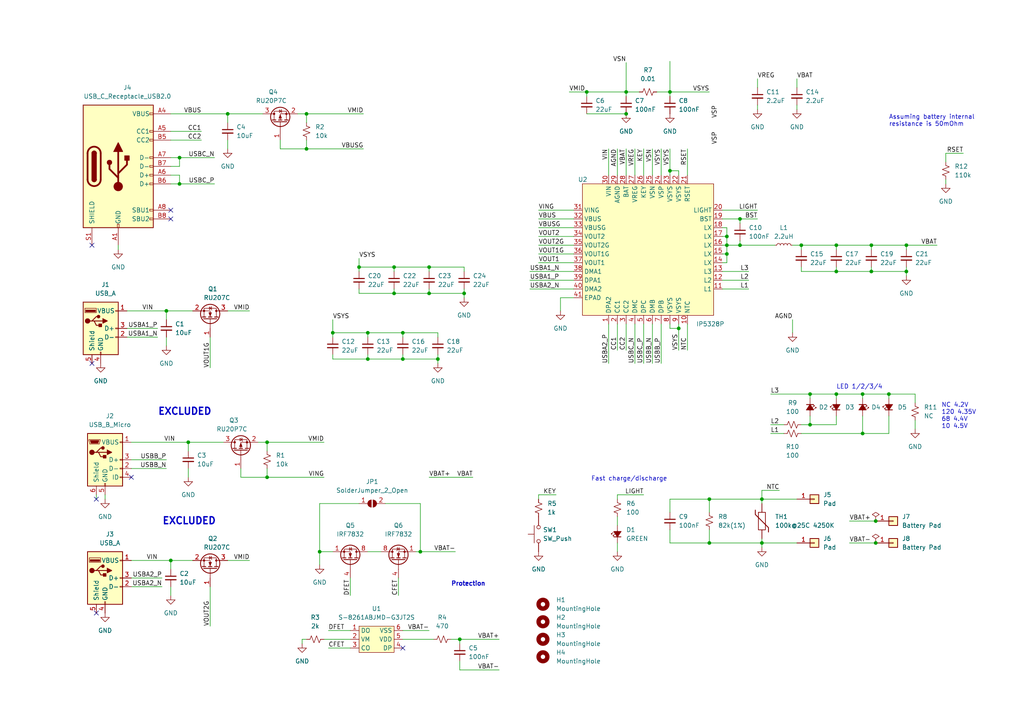
<source format=kicad_sch>
(kicad_sch (version 20211123) (generator eeschema)
  (paper "A4")
  (lib_symbols
    (symbol "Connector:USB_A" (pin_names (offset 1.016))
      (property "Reference" "J" (at -5.08 11.43 0))
      (property "Value" "USB_A" (at -5.08 8.89 0))
      (symbol "USB_A_1_1"
        (pin power_in line (at 7.62 5.08 180) (length 2.54) (name "VBUS") (number "1"))
        (pin bidirectional line (at 7.62 -2.54 180) (length 2.54) (name "D-") (number "2"))
        (pin bidirectional line (at 7.62 0 180) (length 2.54) (name "D+") (number "3"))
        (pin power_in line (at 0 -10.16 90) (length 2.54) (name "GND") (number "4"))
        (pin passive line (at -2.54 -10.16 90) (length 2.54) (name "Shield") (number "5"))
      )
    )
    (symbol "Connector:USB_B_Micro" (pin_names (offset 1.016))
      (property "Reference" "J" (at -5.08 11.43 0))
      (property "Value" "USB_B_Micro" (at -5.08 8.89 0))
      (symbol "USB_B_Micro_1_1"
        (pin power_out line (at 7.62 5.08 180) (length 2.54) (name "VBUS") (number "1"))
        (pin bidirectional line (at 7.62 -2.54 180) (length 2.54) (name "D-") (number "2"))
        (pin bidirectional line (at 7.62 0 180) (length 2.54) (name "D+") (number "3"))
        (pin passive line (at 7.62 -5.08 180) (length 2.54) (name "ID") (number "4"))
        (pin power_out line (at 0 -10.16 90) (length 2.54) (name "GND") (number "5"))
        (pin passive line (at -2.54 -10.16 90) (length 2.54) (name "Shield") (number "6"))
      )
    )
    (symbol "Connector:USB_C_Receptacle_USB2.0" (pin_names (offset 1.016))
      (property "Reference" "J" (at -10.16 19.05 0))
      (property "Value" "USB_C_Receptacle_USB2.0" (at 19.05 19.05 0))
      (symbol "USB_C_Receptacle_USB2.0_1_1"
        (pin passive line (at 0 -22.86 90) (length 5.08) (name "GND") (number "A1"))
        (pin passive line (at 0 -22.86 90) (length 5.08) hide (name "GND") (number "A12"))
        (pin passive line (at 15.24 15.24 180) (length 5.08) (name "VBUS") (number "A4"))
        (pin bidirectional line (at 15.24 10.16 180) (length 5.08) (name "CC1") (number "A5"))
        (pin bidirectional line (at 15.24 -2.54 180) (length 5.08) (name "D+") (number "A6"))
        (pin bidirectional line (at 15.24 2.54 180) (length 5.08) (name "D-") (number "A7"))
        (pin bidirectional line (at 15.24 -12.7 180) (length 5.08) (name "SBU1") (number "A8"))
        (pin passive line (at 15.24 15.24 180) (length 5.08) hide (name "VBUS") (number "A9"))
        (pin passive line (at 0 -22.86 90) (length 5.08) hide (name "GND") (number "B1"))
        (pin passive line (at 0 -22.86 90) (length 5.08) hide (name "GND") (number "B12"))
        (pin passive line (at 15.24 15.24 180) (length 5.08) hide (name "VBUS") (number "B4"))
        (pin bidirectional line (at 15.24 7.62 180) (length 5.08) (name "CC2") (number "B5"))
        (pin bidirectional line (at 15.24 -5.08 180) (length 5.08) (name "D+") (number "B6"))
        (pin bidirectional line (at 15.24 0 180) (length 5.08) (name "D-") (number "B7"))
        (pin bidirectional line (at 15.24 -15.24 180) (length 5.08) (name "SBU2") (number "B8"))
        (pin passive line (at 15.24 15.24 180) (length 5.08) hide (name "VBUS") (number "B9"))
        (pin passive line (at -7.62 -22.86 90) (length 5.08) (name "SHIELD") (number "S1"))
      )
    )
    (symbol "Connector_Generic:Conn_01x01" (pin_names (offset 1.016) hide)
      (property "Reference" "J" (at 0 2.54 0))
      (property "Value" "Conn_01x01" (at 0 -2.54 0))
      (symbol "Conn_01x01_1_1"
        (pin passive line (at -5.08 0 0) (length 3.81) (name "Pin_1") (number "1"))
      )
    )
    (symbol "Device:C_Small" (pin_numbers hide) (pin_names (offset 0.254) hide)
      (property "Reference" "C" (at 0.254 1.778 0))
      (property "Value" "C_Small" (at 0.254 -2.032 0))
      (symbol "C_Small_1_1"
        (pin passive line (at 0 2.54 270) (length 2.032) (name "~") (number "1"))
        (pin passive line (at 0 -2.54 90) (length 2.032) (name "~") (number "2"))
      )
    )
    (symbol "Device:LED_Small_Filled" (pin_numbers hide) (pin_names (offset 0.254) hide)
      (property "Reference" "D" (at -1.27 3.175 0))
      (property "Value" "LED_Small_Filled" (at -4.445 -2.54 0))
      (symbol "LED_Small_Filled_1_1"
        (pin passive line (at -2.54 0 0) (length 1.778) (name "K") (number "1"))
        (pin passive line (at 2.54 0 180) (length 1.778) (name "A") (number "2"))
      )
    )
    (symbol "Device:L_Small" (pin_numbers hide) (pin_names (offset 0.254) hide)
      (property "Reference" "L" (at 0.762 1.016 0))
      (property "Value" "L_Small" (at 0.762 -1.016 0))
      (symbol "L_Small_1_1"
        (pin passive line (at 0 2.54 270) (length 0.508) (name "~") (number "1"))
        (pin passive line (at 0 -2.54 90) (length 0.508) (name "~") (number "2"))
      )
    )
    (symbol "Device:R_Small_US" (pin_numbers hide) (pin_names (offset 0.254) hide)
      (property "Reference" "R" (at 0.762 0.508 0))
      (property "Value" "R_Small_US" (at 0.762 -1.016 0))
      (symbol "R_Small_US_1_1"
        (pin passive line (at 0 2.54 270) (length 1.016) (name "~") (number "1"))
        (pin passive line (at 0 -2.54 90) (length 1.016) (name "~") (number "2"))
      )
    )
    (symbol "Device:Thermistor" (pin_numbers hide) (pin_names (offset 0))
      (property "Reference" "TH" (at 2.54 1.27 90))
      (property "Value" "Thermistor" (at -2.54 0 90))
      (symbol "Thermistor_1_1"
        (pin passive line (at 0 5.08 270) (length 2.54) (name "~") (number "1"))
        (pin passive line (at 0 -5.08 90) (length 2.54) (name "~") (number "2"))
      )
    )
    (symbol "Jumper:SolderJumper_2_Open" (pin_names (offset 0) hide)
      (property "Reference" "JP" (at 0 2.032 0))
      (property "Value" "SolderJumper_2_Open" (at 0 -2.54 0))
      (symbol "SolderJumper_2_Open_1_1"
        (pin passive line (at -3.81 0 0) (length 2.54) (name "A") (number "1"))
        (pin passive line (at 3.81 0 180) (length 2.54) (name "B") (number "2"))
      )
    )
    (symbol "Mechanical:MountingHole" (pin_names (offset 1.016))
      (property "Reference" "H" (at 0 5.08 0))
      (property "Value" "MountingHole" (at 0 3.175 0))
    )
    (symbol "Switch:SW_Push" (pin_numbers hide) (pin_names (offset 1.016) hide)
      (property "Reference" "SW" (at 1.27 2.54 0))
      (property "Value" "SW_Push" (at 0 -1.524 0))
      (symbol "SW_Push_0_1"
        (pin passive line (at -5.08 0 0) (length 2.54) (name "1") (number "1"))
        (pin passive line (at 5.08 0 180) (length 2.54) (name "2") (number "2"))
      )
    )
    (symbol "Transistor_FET:AO3401A" (pin_names hide)
      (property "Reference" "Q" (at 5.08 1.905 0))
      (property "Value" "AO3401A" (at 5.08 0 0))
      (symbol "AO3401A_1_1"
        (pin input line (at -5.08 0 0) (length 2.54) (name "G") (number "1"))
        (pin passive line (at 2.54 -5.08 90) (length 2.54) (name "S") (number "2"))
        (pin passive line (at 2.54 5.08 270) (length 2.54) (name "D") (number "3"))
      )
    )
    (symbol "Transistor_FET:DMN3404L" (pin_names hide)
      (property "Reference" "Q" (at 5.08 1.905 0))
      (property "Value" "DMN3404L" (at 5.08 0 0))
      (symbol "DMN3404L_1_1"
        (pin input line (at -5.08 0 0) (length 2.54) (name "G") (number "1"))
        (pin passive line (at 2.54 -5.08 90) (length 2.54) (name "S") (number "2"))
        (pin passive line (at 2.54 5.08 270) (length 2.54) (name "D") (number "3"))
      )
    )
    (symbol "Transistor_FET:IRF7403" (pin_names hide)
      (property "Reference" "Q" (at 5.08 2.54 0))
      (property "Value" "IRF7403" (at 5.08 0 0))
      (symbol "IRF7403_1_1"
        (pin passive line (at 2.54 -5.08 90) (length 2.54) (name "S") (number "1"))
        (pin passive line (at 2.54 -5.08 90) (length 2.54) hide (name "S") (number "2"))
        (pin passive line (at 2.54 -5.08 90) (length 2.54) hide (name "S") (number "3"))
        (pin input line (at -5.08 0 0) (length 2.54) (name "G") (number "4"))
        (pin passive line (at 2.54 5.08 270) (length 2.54) hide (name "D") (number "5"))
        (pin passive line (at 2.54 5.08 270) (length 2.54) hide (name "D") (number "6"))
        (pin passive line (at 2.54 5.08 270) (length 2.54) hide (name "D") (number "7"))
        (pin passive line (at 2.54 5.08 270) (length 2.54) (name "D") (number "8"))
      )
    )
    (symbol "huconn-symbol:IP5328P"
      (property "Reference" "U" (at 0 38.1 0))
      (property "Value" "IP5328P" (at 0 38.1 0))
      (symbol "IP5328P_0_0"
        (pin input line (at 11.43 -21.59 90) (length 2.54) (name "NTC") (number "10"))
        (pin input line (at -8.89 -21.59 90) (length 2.54) (name "CC1") (number "2"))
        (pin input line (at -6.35 -21.59 90) (length 2.54) (name "CC2") (number "3"))
        (pin input line (at -21.59 8.89 0) (length 2.54) (name "VBUS") (number "32"))
        (pin input line (at -21.59 6.35 0) (length 2.54) (name "VBUSG") (number "33"))
        (pin input line (at -21.59 3.81 0) (length 2.54) (name "VOUT2") (number "34"))
        (pin output line (at -21.59 1.27 0) (length 2.54) (name "VOUT2G") (number "35"))
        (pin output line (at -21.59 -1.27 0) (length 2.54) (name "VOUT1G") (number "36"))
        (pin input line (at -21.59 -3.81 0) (length 2.54) (name "VOUT1") (number "37"))
        (pin input line (at -21.59 -6.35 0) (length 2.54) (name "DMA1") (number "38"))
        (pin input line (at -21.59 -8.89 0) (length 2.54) (name "DPA1") (number "39"))
        (pin input line (at -3.81 -21.59 90) (length 2.54) (name "DMC") (number "4"))
        (pin input line (at -21.59 -11.43 0) (length 2.54) (name "DMA2") (number "40"))
        (pin input line (at -1.27 -21.59 90) (length 2.54) (name "DPC") (number "5"))
        (pin input line (at 1.27 -21.59 90) (length 2.54) (name "DMB") (number "6"))
        (pin input line (at 3.81 -21.59 90) (length 2.54) (name "DPB") (number "7"))
        (pin input line (at 6.35 -21.59 90) (length 2.54) (name "VSYS") (number "8"))
        (pin input line (at 8.89 -21.59 90) (length 2.54) (name "VSYS") (number "9"))
      )
      (symbol "IP5328P_1_1"
        (pin input line (at -11.43 -21.59 90) (length 2.54) (name "DPA2") (number "1"))
        (pin input line (at 21.59 -11.43 180) (length 2.54) (name "L1") (number "11"))
        (pin input line (at 21.59 -8.89 180) (length 2.54) (name "L2") (number "12"))
        (pin input line (at 21.59 -6.35 180) (length 2.54) (name "L3") (number "13"))
        (pin input line (at 21.59 -3.81 180) (length 2.54) (name "LX") (number "14"))
        (pin input line (at 21.59 -1.27 180) (length 2.54) (name "LX") (number "15"))
        (pin input line (at 21.59 1.27 180) (length 2.54) (name "LX") (number "16"))
        (pin input line (at 21.59 3.81 180) (length 2.54) (name "LX") (number "17"))
        (pin input line (at 21.59 6.35 180) (length 2.54) (name "LX") (number "18"))
        (pin input line (at 21.59 8.89 180) (length 2.54) (name "BST") (number "19"))
        (pin input line (at 21.59 11.43 180) (length 2.54) (name "LIGHT") (number "20"))
        (pin input line (at 11.43 21.59 270) (length 2.54) (name "RSET") (number "21"))
        (pin input line (at 8.89 21.59 270) (length 2.54) (name "VSYS") (number "22"))
        (pin input line (at 6.35 21.59 270) (length 2.54) (name "VSYS") (number "23"))
        (pin input line (at 3.81 21.59 270) (length 2.54) (name "VSP") (number "24"))
        (pin input line (at 1.27 21.59 270) (length 2.54) (name "VSN") (number "25"))
        (pin input line (at -1.27 21.59 270) (length 2.54) (name "KEY") (number "26"))
        (pin input line (at -3.81 21.59 270) (length 2.54) (name "VREG") (number "27"))
        (pin power_in line (at -6.35 21.59 270) (length 2.54) (name "BAT") (number "28"))
        (pin input line (at -8.89 21.59 270) (length 2.54) (name "AGND") (number "29"))
        (pin power_in line (at -11.43 21.59 270) (length 2.54) (name "VIN") (number "30"))
        (pin input line (at -21.59 11.43 0) (length 2.54) (name "VING") (number "31"))
        (pin input line (at -21.59 -13.97 0) (length 2.54) (name "EPAD") (number "41"))
      )
    )
    (symbol "huconn-symbol:S-8261ABJMD-G3JT2S"
      (property "Reference" "U" (at 1.27 5.08 0))
      (property "Value" "S-8261ABJMD-G3JT2S" (at 1.27 5.08 0))
      (symbol "S-8261ABJMD-G3JT2S_1_1"
        (pin output line (at -7.62 2.54 0) (length 2.54) (name "DO") (number "1"))
        (pin input line (at -7.62 0 0) (length 2.54) (name "VM") (number "2"))
        (pin output line (at -7.62 -2.54 0) (length 2.54) (name "CO") (number "3"))
        (pin passive line (at 7.62 -2.54 180) (length 2.54) (name "DP") (number "4"))
        (pin power_in line (at 7.62 0 180) (length 2.54) (name "VDD") (number "5"))
        (pin power_in line (at 7.62 2.54 180) (length 2.54) (name "VSS") (number "6"))
      )
    )
    (symbol "power:GND" (power) (pin_names (offset 0))
      (property "Value" "GND" (at 0 -3.81 0))
      (symbol "GND_1_1"
        (pin power_in line (at 0 0 270) (length 0) hide (name "GND") (number "1"))
      )
    )
    (symbol "power:PWR_FLAG" (power) (pin_numbers hide) (pin_names (offset 0) hide)
      (property "Value" "PWR_FLAG" (at 0 3.81 0))
      (symbol "PWR_FLAG_0_0"
        (pin power_out line (at 0 0 90) (length 0) (name "pwr") (number "1"))
      )
    )
  )
  (junction (at 116.84 96.52))
  (junction (at 194.31 26.67))
  (junction (at 181.61 26.67))
  (junction (at 88.9 33.02))
  (junction (at 134.62 85.09))
  (junction (at 194.31 49.53))
  (junction (at 210.82 68.58))
  (junction (at 181.61 33.02))
  (junction (at 210.82 71.12))
  (junction (at 242.57 71.12))
  (junction (at 234.95 123.19))
  (junction (at 77.47 138.43))
  (junction (at 114.3 77.47))
  (junction (at 242.57 78.74))
  (junction (at 254 151.13))
  (junction (at 52.07 45.72))
  (junction (at 52.07 53.34))
  (junction (at 92.71 160.02))
  (junction (at 127 104.14))
  (junction (at 220.98 157.48))
  (junction (at 88.9 43.18))
  (junction (at 242.57 114.3))
  (junction (at 205.74 157.48))
  (junction (at 106.68 96.52))
  (junction (at 210.82 73.66))
  (junction (at 114.3 85.09))
  (junction (at 48.26 90.17))
  (junction (at 262.89 78.74))
  (junction (at 252.73 78.74))
  (junction (at 124.46 85.09))
  (junction (at 133.35 185.42))
  (junction (at 49.53 162.56))
  (junction (at 106.68 104.14))
  (junction (at 250.19 114.3))
  (junction (at 121.92 160.02))
  (junction (at 66.04 33.02))
  (junction (at 214.63 71.12))
  (junction (at 205.74 144.78))
  (junction (at 257.81 114.3))
  (junction (at 252.73 71.12))
  (junction (at 77.47 128.27))
  (junction (at 232.41 71.12))
  (junction (at 220.98 144.78))
  (junction (at 234.95 114.3))
  (junction (at 262.89 71.12))
  (junction (at 170.18 26.67))
  (junction (at 214.63 63.5))
  (junction (at 124.46 77.47))
  (junction (at 116.84 104.14))
  (junction (at 250.19 125.73))
  (junction (at 196.85 95.25))
  (junction (at 96.52 96.52))
  (junction (at 54.61 128.27))
  (junction (at 254 157.48))
  (junction (at 104.14 77.47))
  (no_connect (at 116.84 187.96))
  (no_connect (at 26.67 71.12))
  (no_connect (at 27.94 177.8))
  (no_connect (at 49.53 63.5))
  (no_connect (at 26.67 105.41))
  (no_connect (at 49.53 60.96))
  (no_connect (at 27.94 144.78))
  (no_connect (at 38.1 138.43))
  (wire (pts (xy 86.36 33.02) (xy 88.9 33.02)))
  (wire (pts (xy 88.9 33.02) (xy 105.41 33.02)))
  (wire (pts (xy 196.85 49.53) (xy 196.85 50.8)))
  (wire (pts (xy 156.21 63.5) (xy 166.37 63.5)))
  (wire (pts (xy 196.85 95.25) (xy 196.85 93.98)))
  (wire (pts (xy 196.85 101.6) (xy 196.85 95.25)))
  (wire (pts (xy 134.62 77.47) (xy 134.62 78.74)))
  (wire (pts (xy 87.63 185.42) (xy 87.63 186.69)))
  (wire (pts (xy 88.9 185.42) (xy 87.63 185.42)))
  (wire (pts (xy 220.98 144.78) (xy 231.14 144.78)))
  (wire (pts (xy 93.98 185.42) (xy 101.6 185.42)))
  (wire (pts (xy 199.39 43.18) (xy 199.39 50.8)))
  (wire (pts (xy 38.1 133.35) (xy 48.26 133.35)))
  (wire (pts (xy 181.61 101.6) (xy 181.61 93.98)))
  (wire (pts (xy 124.46 138.43) (xy 137.16 138.43)))
  (wire (pts (xy 153.67 78.74) (xy 166.37 78.74)))
  (wire (pts (xy 234.95 114.3) (xy 234.95 115.57)))
  (wire (pts (xy 189.23 43.18) (xy 189.23 50.8)))
  (wire (pts (xy 60.96 97.79) (xy 60.96 106.68)))
  (wire (pts (xy 88.9 33.02) (xy 88.9 35.56)))
  (wire (pts (xy 242.57 77.47) (xy 242.57 78.74)))
  (wire (pts (xy 205.74 144.78) (xy 220.98 144.78)))
  (wire (pts (xy 220.98 144.78) (xy 220.98 146.05)))
  (wire (pts (xy 205.74 148.59) (xy 205.74 144.78)))
  (wire (pts (xy 262.89 77.47) (xy 262.89 78.74)))
  (wire (pts (xy 38.1 167.64) (xy 46.99 167.64)))
  (wire (pts (xy 121.92 160.02) (xy 132.08 160.02)))
  (wire (pts (xy 120.65 160.02) (xy 121.92 160.02)))
  (wire (pts (xy 106.68 160.02) (xy 110.49 160.02)))
  (wire (pts (xy 262.89 78.74) (xy 262.89 80.01)))
  (wire (pts (xy 242.57 114.3) (xy 250.19 114.3)))
  (wire (pts (xy 115.57 172.72) (xy 115.57 167.64)))
  (wire (pts (xy 250.19 114.3) (xy 250.19 115.57)))
  (wire (pts (xy 69.85 135.89) (xy 69.85 138.43)))
  (wire (pts (xy 262.89 71.12) (xy 262.89 72.39)))
  (wire (pts (xy 274.32 52.07) (xy 274.32 53.34)))
  (wire (pts (xy 49.53 48.26) (xy 52.07 48.26)))
  (wire (pts (xy 52.07 45.72) (xy 52.07 48.26)))
  (wire (pts (xy 124.46 83.82) (xy 124.46 85.09)))
  (wire (pts (xy 133.35 191.77) (xy 133.35 194.31)))
  (wire (pts (xy 133.35 194.31) (xy 144.78 194.31)))
  (wire (pts (xy 77.47 135.89) (xy 77.47 138.43)))
  (wire (pts (xy 220.98 157.48) (xy 231.14 157.48)))
  (wire (pts (xy 106.68 104.14) (xy 116.84 104.14)))
  (wire (pts (xy 194.31 43.18) (xy 194.31 49.53)))
  (wire (pts (xy 194.31 49.53) (xy 194.31 50.8)))
  (wire (pts (xy 242.57 71.12) (xy 252.73 71.12)))
  (wire (pts (xy 209.55 66.04) (xy 210.82 66.04)))
  (wire (pts (xy 209.55 83.82) (xy 217.17 83.82)))
  (wire (pts (xy 30.48 143.51) (xy 30.48 144.78)))
  (wire (pts (xy 184.15 93.98) (xy 184.15 105.41)))
  (wire (pts (xy 49.53 162.56) (xy 55.88 162.56)))
  (wire (pts (xy 134.62 77.47) (xy 124.46 77.47)))
  (wire (pts (xy 54.61 135.89) (xy 54.61 138.43)))
  (wire (pts (xy 116.84 104.14) (xy 127 104.14)))
  (wire (pts (xy 257.81 114.3) (xy 265.43 114.3)))
  (wire (pts (xy 265.43 114.3) (xy 265.43 116.84)))
  (wire (pts (xy 49.53 162.56) (xy 49.53 165.1)))
  (wire (pts (xy 92.71 146.05) (xy 92.71 160.02)))
  (wire (pts (xy 104.14 146.05) (xy 92.71 146.05)))
  (wire (pts (xy 179.07 143.51) (xy 179.07 144.78)))
  (wire (pts (xy 220.98 157.48) (xy 220.98 156.21)))
  (wire (pts (xy 220.98 158.75) (xy 220.98 157.48)))
  (wire (pts (xy 210.82 71.12) (xy 210.82 73.66)))
  (wire (pts (xy 127 102.87) (xy 127 104.14)))
  (wire (pts (xy 156.21 68.58) (xy 166.37 68.58)))
  (wire (pts (xy 209.55 60.96) (xy 219.71 60.96)))
  (wire (pts (xy 179.07 149.86) (xy 179.07 152.4)))
  (wire (pts (xy 186.69 43.18) (xy 186.69 50.8)))
  (wire (pts (xy 116.84 185.42) (xy 125.73 185.42)))
  (wire (pts (xy 49.53 40.64) (xy 58.42 40.64)))
  (wire (pts (xy 231.14 30.48) (xy 231.14 31.75)))
  (wire (pts (xy 274.32 44.45) (xy 274.32 46.99)))
  (wire (pts (xy 246.38 151.13) (xy 254 151.13)))
  (wire (pts (xy 106.68 96.52) (xy 106.68 97.79)))
  (wire (pts (xy 179.07 101.6) (xy 179.07 93.98)))
  (wire (pts (xy 209.55 78.74) (xy 217.17 78.74)))
  (wire (pts (xy 252.73 77.47) (xy 252.73 78.74)))
  (wire (pts (xy 191.77 93.98) (xy 191.77 105.41)))
  (wire (pts (xy 232.41 123.19) (xy 234.95 123.19)))
  (wire (pts (xy 234.95 123.19) (xy 242.57 123.19)))
  (wire (pts (xy 242.57 123.19) (xy 242.57 120.65)))
  (wire (pts (xy 223.52 123.19) (xy 227.33 123.19)))
  (wire (pts (xy 209.55 73.66) (xy 210.82 73.66)))
  (wire (pts (xy 156.21 66.04) (xy 166.37 66.04)))
  (wire (pts (xy 189.23 93.98) (xy 189.23 105.41)))
  (wire (pts (xy 38.1 135.89) (xy 48.26 135.89)))
  (wire (pts (xy 114.3 77.47) (xy 114.3 78.74)))
  (wire (pts (xy 106.68 96.52) (xy 116.84 96.52)))
  (wire (pts (xy 96.52 96.52) (xy 106.68 96.52)))
  (wire (pts (xy 116.84 96.52) (xy 127 96.52)))
  (wire (pts (xy 77.47 138.43) (xy 93.98 138.43)))
  (wire (pts (xy 66.04 90.17) (xy 72.39 90.17)))
  (wire (pts (xy 114.3 83.82) (xy 114.3 85.09)))
  (wire (pts (xy 38.1 128.27) (xy 54.61 128.27)))
  (wire (pts (xy 49.53 38.1) (xy 58.42 38.1)))
  (wire (pts (xy 219.71 30.48) (xy 219.71 31.75)))
  (wire (pts (xy 77.47 128.27) (xy 77.47 130.81)))
  (wire (pts (xy 220.98 157.48) (xy 205.74 157.48)))
  (wire (pts (xy 205.74 153.67) (xy 205.74 157.48)))
  (wire (pts (xy 127 104.14) (xy 127 105.41)))
  (wire (pts (xy 36.83 97.79) (xy 45.72 97.79)))
  (wire (pts (xy 81.28 43.18) (xy 88.9 43.18)))
  (wire (pts (xy 81.28 40.64) (xy 81.28 43.18)))
  (wire (pts (xy 88.9 43.18) (xy 105.41 43.18)))
  (wire (pts (xy 210.82 71.12) (xy 214.63 71.12)))
  (wire (pts (xy 214.63 71.12) (xy 224.79 71.12)))
  (wire (pts (xy 34.29 71.12) (xy 34.29 72.39)))
  (wire (pts (xy 194.31 93.98) (xy 194.31 95.25)))
  (wire (pts (xy 194.31 95.25) (xy 196.85 95.25)))
  (wire (pts (xy 179.07 143.51) (xy 186.69 143.51)))
  (wire (pts (xy 156.21 71.12) (xy 166.37 71.12)))
  (wire (pts (xy 66.04 162.56) (xy 72.39 162.56)))
  (wire (pts (xy 104.14 74.93) (xy 104.14 77.47)))
  (wire (pts (xy 252.73 71.12) (xy 252.73 72.39)))
  (wire (pts (xy 49.53 45.72) (xy 52.07 45.72)))
  (wire (pts (xy 52.07 45.72) (xy 62.23 45.72)))
  (wire (pts (xy 199.39 93.98) (xy 199.39 101.6)))
  (wire (pts (xy 232.41 78.74) (xy 242.57 78.74)))
  (wire (pts (xy 242.57 78.74) (xy 252.73 78.74)))
  (wire (pts (xy 232.41 77.47) (xy 232.41 78.74)))
  (wire (pts (xy 209.55 68.58) (xy 210.82 68.58)))
  (wire (pts (xy 156.21 73.66) (xy 166.37 73.66)))
  (wire (pts (xy 232.41 125.73) (xy 250.19 125.73)))
  (wire (pts (xy 223.52 125.73) (xy 227.33 125.73)))
  (wire (pts (xy 250.19 125.73) (xy 257.81 125.73)))
  (wire (pts (xy 257.81 125.73) (xy 257.81 120.65)))
  (wire (pts (xy 252.73 78.74) (xy 262.89 78.74)))
  (wire (pts (xy 229.87 92.71) (xy 229.87 96.52)))
  (wire (pts (xy 134.62 85.09) (xy 134.62 86.36)))
  (wire (pts (xy 209.55 81.28) (xy 217.17 81.28)))
  (wire (pts (xy 153.67 81.28) (xy 166.37 81.28)))
  (wire (pts (xy 194.31 144.78) (xy 205.74 144.78)))
  (wire (pts (xy 194.31 148.59) (xy 194.31 144.78)))
  (wire (pts (xy 49.53 50.8) (xy 52.07 50.8)))
  (wire (pts (xy 52.07 50.8) (xy 52.07 53.34)))
  (wire (pts (xy 96.52 96.52) (xy 96.52 97.79)))
  (wire (pts (xy 130.81 185.42) (xy 133.35 185.42)))
  (wire (pts (xy 133.35 185.42) (xy 144.78 185.42)))
  (wire (pts (xy 179.07 43.18) (xy 179.07 50.8)))
  (wire (pts (xy 92.71 160.02) (xy 92.71 163.83)))
  (wire (pts (xy 96.52 160.02) (xy 92.71 160.02)))
  (wire (pts (xy 66.04 33.02) (xy 66.04 35.56)))
  (wire (pts (xy 127 96.52) (xy 127 97.79)))
  (wire (pts (xy 210.82 68.58) (xy 210.82 71.12)))
  (wire (pts (xy 104.14 77.47) (xy 114.3 77.47)))
  (wire (pts (xy 231.14 22.86) (xy 231.14 25.4)))
  (wire (pts (xy 170.18 26.67) (xy 170.18 27.94)))
  (wire (pts (xy 104.14 83.82) (xy 104.14 85.09)))
  (wire (pts (xy 205.74 157.48) (xy 194.31 157.48)))
  (wire (pts (xy 194.31 157.48) (xy 194.31 153.67)))
  (wire (pts (xy 116.84 96.52) (xy 116.84 97.79)))
  (wire (pts (xy 111.76 146.05) (xy 121.92 146.05)))
  (wire (pts (xy 121.92 146.05) (xy 121.92 160.02)))
  (wire (pts (xy 262.89 71.12) (xy 271.78 71.12)))
  (wire (pts (xy 170.18 33.02) (xy 181.61 33.02)))
  (wire (pts (xy 265.43 121.92) (xy 265.43 124.46)))
  (wire (pts (xy 116.84 102.87) (xy 116.84 104.14)))
  (wire (pts (xy 96.52 102.87) (xy 96.52 104.14)))
  (wire (pts (xy 49.53 170.18) (xy 49.53 172.72)))
  (wire (pts (xy 242.57 114.3) (xy 242.57 115.57)))
  (wire (pts (xy 38.1 162.56) (xy 49.53 162.56)))
  (wire (pts (xy 74.93 128.27) (xy 77.47 128.27)))
  (wire (pts (xy 214.63 63.5) (xy 214.63 64.77)))
  (wire (pts (xy 214.63 69.85) (xy 214.63 71.12)))
  (wire (pts (xy 124.46 77.47) (xy 124.46 78.74)))
  (wire (pts (xy 191.77 43.18) (xy 191.77 50.8)))
  (wire (pts (xy 181.61 18.1511) (xy 181.61 26.67)))
  (wire (pts (xy 220.98 142.24) (xy 226.06 142.24)))
  (wire (pts (xy 69.85 138.43) (xy 77.47 138.43)))
  (wire (pts (xy 184.15 43.18) (xy 184.15 50.8)))
  (wire (pts (xy 274.32 44.45) (xy 279.4 44.45)))
  (wire (pts (xy 104.14 78.74) (xy 104.14 77.47)))
  (wire (pts (xy 250.19 114.3) (xy 257.81 114.3)))
  (wire (pts (xy 210.82 73.66) (xy 210.82 76.2)))
  (wire (pts (xy 210.82 66.04) (xy 210.82 68.58)))
  (wire (pts (xy 49.53 53.34) (xy 52.07 53.34)))
  (wire (pts (xy 52.07 53.34) (xy 62.23 53.34)))
  (wire (pts (xy 181.61 43.18) (xy 181.61 50.8)))
  (wire (pts (xy 77.47 128.27) (xy 93.98 128.27)))
  (wire (pts (xy 36.83 95.25) (xy 45.72 95.25)))
  (wire (pts (xy 134.62 85.09) (xy 124.46 85.09)))
  (wire (pts (xy 219.71 22.86) (xy 219.71 25.4)))
  (wire (pts (xy 156.21 76.2) (xy 166.37 76.2)))
  (wire (pts (xy 186.69 93.98) (xy 186.69 105.41)))
  (wire (pts (xy 114.3 85.09) (xy 124.46 85.09)))
  (wire (pts (xy 95.25 187.96) (xy 101.6 187.96)))
  (wire (pts (xy 194.31 26.67) (xy 205.74 26.67)))
  (wire (pts (xy 162.56 86.36) (xy 162.56 90.17)))
  (wire (pts (xy 166.37 86.36) (xy 162.56 86.36)))
  (wire (pts (xy 190.5 26.67) (xy 194.31 26.67)))
  (wire (pts (xy 194.31 26.67) (xy 194.31 27.94)))
  (wire (pts (xy 60.96 170.18) (xy 60.96 181.61)))
  (wire (pts (xy 232.41 71.12) (xy 242.57 71.12)))
  (wire (pts (xy 229.87 71.12) (xy 232.41 71.12)))
  (wire (pts (xy 48.26 90.17) (xy 48.26 92.71)))
  (wire (pts (xy 38.1 170.18) (xy 46.99 170.18)))
  (wire (pts (xy 134.62 83.82) (xy 134.62 85.09)))
  (wire (pts (xy 194.31 49.53) (xy 196.85 49.53)))
  (wire (pts (xy 209.55 76.2) (xy 210.82 76.2)))
  (wire (pts (xy 96.52 104.14) (xy 106.68 104.14)))
  (wire (pts (xy 246.38 157.48) (xy 254 157.48)))
  (wire (pts (xy 27.94 143.51) (xy 27.94 144.78)))
  (wire (pts (xy 54.61 128.27) (xy 64.77 128.27)))
  (wire (pts (xy 250.19 120.65) (xy 250.19 125.73)))
  (wire (pts (xy 234.95 120.65) (xy 234.95 123.19)))
  (wire (pts (xy 176.53 43.18) (xy 176.53 50.8)))
  (wire (pts (xy 133.35 185.42) (xy 133.35 186.69)))
  (wire (pts (xy 101.6 172.72) (xy 101.6 167.64)))
  (wire (pts (xy 36.83 90.17) (xy 48.26 90.17)))
  (wire (pts (xy 48.26 90.17) (xy 55.88 90.17)))
  (wire (pts (xy 116.84 182.88) (xy 124.46 182.88)))
  (wire (pts (xy 66.04 40.64) (xy 66.04 43.18)))
  (wire (pts (xy 194.31 17.78) (xy 194.31 26.67)))
  (wire (pts (xy 48.26 97.79) (xy 48.26 100.33)))
  (wire (pts (xy 156.21 143.51) (xy 161.29 143.51)))
  (wire (pts (xy 176.53 93.98) (xy 176.53 105.41)))
  (wire (pts (xy 54.61 128.27) (xy 54.61 130.81)))
  (wire (pts (xy 104.14 85.09) (xy 114.3 85.09)))
  (wire (pts (xy 234.95 114.3) (xy 242.57 114.3)))
  (wire (pts (xy 257.81 114.3) (xy 257.81 115.57)))
  (wire (pts (xy 223.52 114.3) (xy 234.95 114.3)))
  (wire (pts (xy 209.55 63.5) (xy 214.63 63.5)))
  (wire (pts (xy 214.63 63.5) (xy 219.71 63.5)))
  (wire (pts (xy 66.04 33.02) (xy 76.2 33.02)))
  (wire (pts (xy 49.53 33.02) (xy 66.04 33.02)))
  (wire (pts (xy 252.73 71.12) (xy 262.89 71.12)))
  (wire (pts (xy 95.25 182.88) (xy 101.6 182.88)))
  (wire (pts (xy 156.21 143.51) (xy 156.21 144.78)))
  (wire (pts (xy 179.07 157.48) (xy 179.07 160.02)))
  (wire (pts (xy 153.67 83.82) (xy 166.37 83.82)))
  (wire (pts (xy 96.52 92.71) (xy 96.52 96.52)))
  (wire (pts (xy 106.68 102.87) (xy 106.68 104.14)))
  (wire (pts (xy 114.3 77.47) (xy 124.46 77.47)))
  (wire (pts (xy 181.61 26.67) (xy 181.61 27.94)))
  (wire (pts (xy 185.42 26.67) (xy 181.61 26.67)))
  (wire (pts (xy 232.41 71.12) (xy 232.41 72.39)))
  (wire (pts (xy 170.18 26.67) (xy 181.61 26.67)))
  (wire (pts (xy 165.1 26.67) (xy 170.18 26.67)))
  (wire (pts (xy 220.98 142.24) (xy 220.98 144.78)))
  (wire (pts (xy 156.21 60.96) (xy 166.37 60.96)))
  (wire (pts (xy 242.57 71.12) (xy 242.57 72.39)))
  (wire (pts (xy 88.9 40.64) (xy 88.9 43.18)))
  (wire (pts (xy 209.55 71.12) (xy 210.82 71.12)))
  (text "LED 1/2/3/4" (at 242.57 113.03 0) (effects (font (size 1.27 1.27)) (justify left bottom)))
  (text "Protection" (at 130.81 170.18 0) (effects (font (size 1.27 1.27) (thickness 0.254) bold) (justify left bottom)))
  (text "Fast charge/discharge" (at 171.45 139.7 0) (effects (font (size 1.27 1.27)) (justify left bottom)))
  (text "Assuming battery internal \nresistance is 50mOhm" (at 257.81 36.83 0) (effects (font (size 1.27 1.27)) (justify left bottom)))
  (text "EXCLUDED" (at 46.99 152.4 0) (effects (font (size 2 2) (thickness 0.4) bold) (justify left bottom)))
  (text "EXCLUDED" (at 45.72 120.65 0) (effects (font (size 2 2) (thickness 0.4) bold) (justify left bottom)))
  (text "NC 4.2V\n120 4.35V\n68 4.4V\n10 4.5V" (at 273.05 124.46 0) (effects (font (size 1.27 1.27)) (justify left bottom)))
  (label "AGND" (at 229.87 92.71 180))
  (label "VBAT-" (at 124.46 182.88 180))
  (label "VSP" (at 208.28 38.1 270))
  (label "VBUSG" (at 105.41 43.18 180))
  (label "USBB_P" (at 191.77 105.41 90))
  (label "VSYS" (at 96.52 92.71 0))
  (label "CC1" (at 179.07 101.6 90))
  (label "VOUT2G" (at 156.21 71.12 0))
  (label "VOUT1G" (at 60.96 106.68 90))
  (label "CFET" (at 95.25 187.96 0))
  (label "VBAT+" (at 246.38 151.13 0))
  (label "L2" (at 223.52 123.19 0))
  (label "VBAT" (at 137.16 138.43 180))
  (label "VIN" (at 44.45 90.17 180))
  (label "USBB_N" (at 48.26 135.89 180))
  (label "VIN" (at 50.8 128.27 180))
  (label "L1" (at 223.52 125.73 0))
  (label "AGND" (at 179.07 43.18 270))
  (label "VOUT1G" (at 156.21 73.66 0))
  (label "VSP" (at 208.28 30.48 270))
  (label "CC2" (at 181.61 101.6 90))
  (label "USBC_N" (at 62.23 45.72 180))
  (label "USBB_N" (at 189.23 105.41 90))
  (label "RSET" (at 199.39 43.18 270))
  (label "VOUT2" (at 156.21 68.58 0))
  (label "VOUT2G" (at 60.96 181.61 90))
  (label "KEY" (at 161.29 143.51 180))
  (label "USBA2_N" (at 153.67 83.82 0))
  (label "USBC_P" (at 62.23 53.34 180))
  (label "VBAT-" (at 246.38 157.48 0))
  (label "BST" (at 219.71 63.5 180))
  (label "DFET" (at 101.6 172.72 90))
  (label "LIGHT" (at 219.71 60.96 180))
  (label "USBA1_N" (at 153.67 78.74 0))
  (label "USBA1_P" (at 153.67 81.28 0))
  (label "L3" (at 217.17 78.74 180))
  (label "VBAT-" (at 144.78 194.31 180))
  (label "VBAT-" (at 132.08 160.02 180))
  (label "L1" (at 217.17 83.82 180))
  (label "NTC" (at 226.06 142.24 180))
  (label "RSET" (at 279.4 44.45 180))
  (label "USBA2_P" (at 46.99 167.64 180))
  (label "KEY" (at 186.69 43.18 270))
  (label "L3" (at 223.52 114.3 0))
  (label "VSYS" (at 205.74 26.67 180))
  (label "VMID" (at 72.39 162.56 180))
  (label "USBA2_P" (at 176.53 105.41 90))
  (label "VSN" (at 181.61 18.1511 180))
  (label "USBA1_P" (at 45.72 95.25 180))
  (label "VBUSG" (at 156.21 66.04 0))
  (label "DFET" (at 95.25 182.88 0))
  (label "VBAT+" (at 124.46 138.43 0))
  (label "L2" (at 217.17 81.28 180))
  (label "VING" (at 93.98 138.43 180))
  (label "VBAT" (at 231.14 22.86 0))
  (label "VBAT" (at 271.78 71.12 180))
  (label "VSYS" (at 196.85 101.6 90))
  (label "CC2" (at 58.42 40.64 180))
  (label "VBUS" (at 156.21 63.5 0))
  (label "VSYS" (at 191.77 43.18 270))
  (label "USBC_N" (at 184.15 105.41 90))
  (label "VBUS" (at 58.42 33.02 180))
  (label "VMID" (at 165.1 26.67 0))
  (label "USBC_P" (at 186.69 105.41 90))
  (label "VSYS" (at 194.31 43.18 270))
  (label "VSN" (at 189.23 43.18 270))
  (label "VBAT" (at 181.61 43.18 270))
  (label "VIN" (at 176.53 43.18 270))
  (label "LIGHT" (at 186.69 143.51 180))
  (label "VMID" (at 93.98 128.27 180))
  (label "USBB_P" (at 48.26 133.35 180))
  (label "VREG" (at 219.71 22.86 0))
  (label "VMID" (at 105.41 33.02 180))
  (label "VOUT1" (at 156.21 76.2 0))
  (label "VIN" (at 45.72 162.56 180))
  (label "VSYS" (at 104.14 74.93 0))
  (label "VING" (at 156.21 60.96 0))
  (label "VREG" (at 184.15 43.18 270))
  (label "USBA2_N" (at 46.99 170.18 180))
  (label "CFET" (at 115.57 172.72 90))
  (label "USBA1_N" (at 45.72 97.79 180))
  (label "CC1" (at 58.42 38.1 180))
  (label "VBAT+" (at 144.78 185.42 180))
  (label "NTC" (at 199.39 101.6 90))
  (label "VMID" (at 72.39 90.17 180))
  (symbol (lib_id "Device:R_Small_US") (at 265.43 119.38 0) (unit 1) (in_bom no)
    (property "Reference" "R11" (at 267.97 118.1099 0) (effects (justify left)))
    (property "Value" "NC" (at 267.97 120.6499 0) (effects (justify left)))
    (property "Footprint" "Resistor_SMD:R_0603_1608Metric" (effects hide))
  )
  (symbol (lib_id "Device:C_Small") (at 133.35 189.23 0) (unit 1)
    (property "Reference" "C5" (at 135.89 187.9599 0) (effects (justify left)))
    (property "Value" "100nF" (at 135.89 190.4999 0) (effects (justify left)))
    (property "Footprint" "Capacitor_SMD:C_0603_1608Metric" (effects hide))
    (property "LCSC" "C14663" (effects hide))
  )
  (symbol (lib_id "Device:R_Small_US") (at 77.47 133.35 0) (unit 1) (in_bom no) (on_board no)
    (property "Reference" "R1" (at 80.01 132.0799 0) (effects (justify left)))
    (property "Value" "10k" (at 80.01 134.6199 0) (effects (justify left)))
    (property "Footprint" "Resistor_SMD:R_0603_1608Metric" (effects hide))
    (property "LCSC" "C25804" (effects hide))
  )
  (symbol (lib_id "huconn-symbol:IP5328P") (at 187.96 72.39 0) (unit 1)
    (property "Reference" "U2" (at 167.64 52.0699 0) (effects (justify left)))
    (property "Value" "IP5328P" (at 201.93 93.9799 0) (effects (justify left)))
    (property "Footprint" "Package_DFN_QFN:QFN-40-1EP_6x6mm_P0.5mm_EP4.6x4.6mm" (effects hide))
    (property "LCSC" "C188809" (effects hide))
  )
  (symbol (lib_id "Mechanical:MountingHole") (at 157.48 185.42 0) (unit 1)
    (property "Reference" "H3" (at 161.29 184.1499 0) (effects (justify left)))
    (property "Value" "MountingHole" (at 161.29 186.6899 0) (effects (justify left)))
    (property "Footprint" "MountingHole:MountingHole_2.2mm_M2" (effects hide))
  )
  (symbol (lib_id "Connector:USB_B_Micro") (at 30.48 133.35 0) (unit 1) (in_bom no) (on_board no)
    (property "Reference" "J2" (at 31.877 120.65 0))
    (property "Value" "USB_B_Micro" (at 31.877 123.19 0))
    (property "Footprint" "Connector_USB:USB_Micro-B_Amphenol_10118194_Horizontal" (effects hide))
    (property "LCSC" "C132563" (effects hide))
  )
  (symbol (lib_id "power:GND") (at 262.89 80.01 0) (unit 1)
    (property "Reference" "#PWR021" (effects hide))
    (property "Value" "GND" (at 262.89 85.09 0))
  )
  (symbol (lib_id "Mechanical:MountingHole") (at 157.48 190.5 0) (unit 1)
    (property "Reference" "H4" (at 161.29 189.2299 0) (effects (justify left)))
    (property "Value" "MountingHole" (at 161.29 191.7699 0) (effects (justify left)))
    (property "Footprint" "MountingHole:MountingHole_2.2mm_M2" (effects hide))
  )
  (symbol (lib_id "Device:C_Small") (at 231.14 27.94 0) (unit 1)
    (property "Reference" "C14" (at 233.68 26.6699 0) (effects (justify left)))
    (property "Value" "2.2uF" (at 233.68 29.2099 0) (effects (justify left)))
    (property "Footprint" "Capacitor_SMD:C_0603_1608Metric" (effects hide))
    (property "LCSC" "C23630" (effects hide))
  )
  (symbol (lib_id "Device:R_Small_US") (at 229.87 123.19 90) (unit 1)
    (property "Reference" "R9" (at 229.87 116.84 90))
    (property "Value" "100" (at 229.87 119.38 90))
    (property "Footprint" "Resistor_SMD:R_0603_1608Metric" (effects hide))
    (property "LCSC" "C22775" (effects hide))
  )
  (symbol (lib_id "Transistor_FET:IRF7403") (at 115.57 162.56 90) (unit 1)
    (property "Reference" "Q6" (at 115.57 152.4 90))
    (property "Value" "IRF7832" (at 115.57 154.94 90))
    (property "Footprint" "Package_SO:SOIC-8_3.9x4.9mm_P1.27mm" (effects hide))
    (property "Datasheet" "https://www.infineon.com/dgdl/irf7403pbf.pdf?fileId=5546d462533600a4015355fa23541b9c" (effects hide))
    (property "LCSC" "C3002" (effects hide))
  )
  (symbol (lib_id "power:GND") (at 66.04 43.18 0) (unit 1)
    (property "Reference" "#PWR08" (effects hide))
    (property "Value" "GND" (at 66.04 48.26 0))
  )
  (symbol (lib_id "Device:R_Small_US") (at 179.07 147.32 0) (unit 1)
    (property "Reference" "R6" (at 181.61 146.0499 0) (effects (justify left)))
    (property "Value" "100" (at 181.61 148.5899 0) (effects (justify left)))
    (property "Footprint" "Resistor_SMD:R_0603_1608Metric" (effects hide))
    (property "LCSC" "C22775" (effects hide))
  )
  (symbol (lib_id "Device:C_Small") (at 214.63 67.31 0) (unit 1)
    (property "Reference" "C10" (at 217.17 66.0399 0) (effects (justify left)))
    (property "Value" "100nF" (at 217.17 68.5799 0) (effects (justify left)))
    (property "Footprint" "Capacitor_SMD:C_0603_1608Metric" (effects hide))
    (property "LCSC" "C14663" (effects hide))
  )
  (symbol (lib_id "power:GND") (at 181.61 33.02 0) (unit 1)
    (property "Reference" "#PWR014" (effects hide))
    (property "Value" "GND" (at 181.61 38.1 0))
  )
  (symbol (lib_id "power:GND") (at 156.21 160.02 0) (unit 1)
    (property "Reference" "#PWR011" (effects hide))
    (property "Value" "GND" (at 156.21 165.1 0))
  )
  (symbol (lib_id "power:GND") (at 48.26 100.33 0) (unit 1)
    (property "Reference" "#PWR05" (effects hide))
    (property "Value" "GND" (at 48.26 105.41 0))
  )
  (symbol (lib_id "Device:C_Small") (at 242.57 74.93 0) (unit 1)
    (property "Reference" "C17" (at 245.11 73.6599 0) (effects (justify left)))
    (property "Value" "22uF" (at 245.11 76.1999 0) (effects (justify left)))
    (property "Footprint" "Capacitor_SMD:C_0805_2012Metric" (effects hide))
    (property "LCSC" "C45783" (effects hide))
  )
  (symbol (lib_id "Mechanical:MountingHole") (at 157.48 180.34 0) (unit 1)
    (property "Reference" "H2" (at 161.29 179.0699 0) (effects (justify left)))
    (property "Value" "MountingHole" (at 161.29 181.6099 0) (effects (justify left)))
    (property "Footprint" "MountingHole:MountingHole_2.2mm_M2" (effects hide))
  )
  (symbol (lib_id "power:GND") (at 220.98 158.75 0) (unit 1)
    (property "Reference" "#PWR017" (effects hide))
    (property "Value" "GND" (at 220.98 163.83 0))
  )
  (symbol (lib_id "power:PWR_FLAG") (at 254 157.48 0) (unit 1)
    (property "Reference" "#FLG0101" (effects hide))
    (property "Value" "PWR_FLAG" (effects hide))
  )
  (symbol (lib_id "power:GND") (at 34.29 72.39 0) (unit 1)
    (property "Reference" "#PWR04" (effects hide))
    (property "Value" "GND" (at 34.29 77.47 0))
  )
  (symbol (lib_id "Device:C_Small") (at 106.68 100.33 0) (unit 1)
    (property "Reference" "C13" (at 109.22 99.0599 0) (effects (justify left)))
    (property "Value" "22uF" (at 109.22 101.5999 0) (effects (justify left)))
    (property "Footprint" "Capacitor_SMD:C_0805_2012Metric" (effects hide))
    (property "LCSC" "C45783" (effects hide))
  )
  (symbol (lib_id "Connector_Generic:Conn_01x01") (at 236.22 144.78 0) (unit 1)
    (property "Reference" "J5" (at 238.76 143.5099 0) (effects (justify left)))
    (property "Value" "Pad" (at 238.76 146.0499 0) (effects (justify left)))
    (property "Footprint" "TestPoint:TestPoint_Pad_D1.5mm" (effects hide))
  )
  (symbol (lib_id "power:GND") (at 265.43 124.46 0) (unit 1)
    (property "Reference" "#PWR022" (effects hide))
    (property "Value" "GND" (at 265.43 129.54 0))
  )
  (symbol (lib_id "Transistor_FET:IRF7403") (at 101.6 162.56 270) (mirror x) (unit 1)
    (property "Reference" "Q5" (at 101.6 152.4 90))
    (property "Value" "IRF7832" (at 101.6 154.94 90))
    (property "Footprint" "Package_SO:SOIC-8_3.9x4.9mm_P1.27mm" (effects hide))
    (property "Datasheet" "https://www.infineon.com/dgdl/irf7403pbf.pdf?fileId=5546d462533600a4015355fa23541b9c" (effects hide))
    (property "LCSC" "C3002" (effects hide))
  )
  (symbol (lib_id "Transistor_FET:DMN3404L") (at 60.96 92.71 270) (mirror x) (unit 1)
    (property "Reference" "Q1" (at 60.3251 83.82 90) (effects (justify left)))
    (property "Value" "RU207C" (at 59.0551 86.36 90) (effects (justify left)))
    (property "Footprint" "Package_TO_SOT_SMD:SOT-23" (effects hide))
    (property "Datasheet" "http://www.diodes.com/assets/Datasheets/ds31787.pdf" (effects hide))
    (property "LCSC" "C515680" (effects hide))
  )
  (symbol (lib_id "power:GND") (at 229.87 96.52 0) (unit 1)
    (property "Reference" "#PWR018" (effects hide))
    (property "Value" "GND" (at 229.87 101.6 0))
  )
  (symbol (lib_id "Device:R_Small_US") (at 156.21 147.32 0) (unit 1)
    (property "Reference" "R5" (at 158.75 146.0499 0) (effects (justify left)))
    (property "Value" "1k" (at 158.75 148.5899 0) (effects (justify left)))
    (property "Footprint" "Resistor_SMD:R_0603_1608Metric" (effects hide))
    (property "LCSC" "C21190" (effects hide))
  )
  (symbol (lib_id "Device:C_Small") (at 194.31 30.48 0) (unit 1)
    (property "Reference" "C8" (at 196.85 29.2099 0) (effects (justify left)))
    (property "Value" "100nF" (at 196.85 31.7499 0) (effects (justify left)))
    (property "Footprint" "Capacitor_SMD:C_0603_1608Metric" (effects hide))
    (property "LCSC" "C14663" (effects hide))
  )
  (symbol (lib_id "Device:R_Small_US") (at 229.87 125.73 90) (unit 1)
    (property "Reference" "R10" (at 229.87 129.54 90))
    (property "Value" "100" (at 229.87 132.08 90))
    (property "Footprint" "Resistor_SMD:R_0603_1608Metric" (effects hide))
    (property "LCSC" "C22775" (effects hide))
  )
  (symbol (lib_id "Transistor_FET:AO3401A") (at 69.85 130.81 90) (unit 1) (in_bom no) (on_board no)
    (property "Reference" "Q3" (at 69.2149 121.92 90) (effects (justify left)))
    (property "Value" "RU20P7C" (at 71.7549 124.46 90) (effects (justify left)))
    (property "Footprint" "Package_TO_SOT_SMD:SOT-23" (effects hide))
    (property "Datasheet" "http://www.aosmd.com/pdfs/datasheet/AO3401A.pdf" (effects hide))
    (property "LCSC" "C181984" (effects hide))
  )
  (symbol (lib_id "power:GND") (at 30.48 177.8 0) (unit 1)
    (property "Reference" "#PWR03" (effects hide))
    (property "Value" "GND" (at 30.48 182.88 0))
  )
  (symbol (lib_id "power:GND") (at 134.62 86.36 0) (unit 1)
    (property "Reference" "#PWR0101" (effects hide))
    (property "Value" "GND" (at 134.62 91.44 0))
  )
  (symbol (lib_id "Device:R_Small_US") (at 128.27 185.42 90) (unit 1)
    (property "Reference" "R4" (at 128.27 179.07 90))
    (property "Value" "470" (at 128.27 181.61 90))
    (property "Footprint" "Resistor_SMD:R_0603_1608Metric" (effects hide))
    (property "LCSC" "C23179" (effects hide))
  )
  (symbol (lib_id "Connector:USB_A") (at 29.21 95.25 0) (unit 1)
    (property "Reference" "J1" (at 30.607 82.55 0))
    (property "Value" "USB_A" (at 30.607 85.09 0))
    (property "Footprint" "HUCONN-Connector_USB:USB_A_FEMALE_905-662A203S10200" (effects hide))
    (property "Datasheet" " ~" (effects hide))
    (property "LCSC" "C41014" (effects hide))
  )
  (symbol (lib_id "Connector_Generic:Conn_01x01") (at 259.08 157.48 0) (unit 1)
    (property "Reference" "J8" (at 261.62 156.2099 0) (effects (justify left)))
    (property "Value" "Battery Pad" (at 261.62 158.7499 0) (effects (justify left)))
  )
  (symbol (lib_id "Device:R_Small_US") (at 274.32 49.53 0) (unit 1)
    (property "Reference" "R12" (at 276.86 48.2599 0) (effects (justify left)))
    (property "Value" "110k" (at 276.86 50.7999 0) (effects (justify left)))
    (property "Footprint" "Resistor_SMD:R_0603_1608Metric" (effects hide))
    (property "LCSC" "C25805" (effects hide))
  )
  (symbol (lib_id "Device:C_Small") (at 134.62 81.28 0) (unit 1)
    (property "Reference" "C24" (at 137.16 80.0099 0) (effects (justify left)))
    (property "Value" "22uF" (at 137.16 82.5499 0) (effects (justify left)))
    (property "Footprint" "Capacitor_SMD:C_0805_2012Metric" (effects hide))
    (property "LCSC" "C45783" (effects hide))
  )
  (symbol (lib_id "Device:C_Small") (at 219.71 27.94 0) (unit 1)
    (property "Reference" "C11" (at 222.25 26.6699 0) (effects (justify left)))
    (property "Value" "2.2uF" (at 222.25 29.2099 0) (effects (justify left)))
    (property "Footprint" "Capacitor_SMD:C_0603_1608Metric" (effects hide))
    (property "LCSC" "C23630" (effects hide))
  )
  (symbol (lib_id "Device:Thermistor") (at 220.98 151.13 0) (unit 1)
    (property "Reference" "TH1" (at 224.79 149.8599 0) (effects (justify left)))
    (property "Value" "100k@25C 4250K" (at 224.79 152.3999 0) (effects (justify left)))
    (property "Footprint" "Resistor_SMD:R_0603_1608Metric" (effects hide))
    (property "LCSC" "C92368" (effects hide))
  )
  (symbol (lib_id "Device:C_Small") (at 170.18 30.48 0) (unit 1)
    (property "Reference" "C6" (at 172.72 29.2099 0) (effects (justify left)))
    (property "Value" "22uF" (at 172.72 31.7499 0) (effects (justify left)))
    (property "Footprint" "Capacitor_SMD:C_0805_2012Metric" (effects hide))
    (property "LCSC" "C45783" (effects hide))
  )
  (symbol (lib_id "Device:R_Small_US") (at 187.96 26.67 90) (unit 1)
    (property "Reference" "R7" (at 187.96 20.32 90))
    (property "Value" "0.01" (at 187.96 22.86 90))
    (property "Footprint" "Resistor_SMD:R_1206_3216Metric" (effects hide))
    (property "LCSC" "C309628" (effects hide))
  )
  (symbol (lib_id "Device:C_Small") (at 232.41 74.93 0) (unit 1)
    (property "Reference" "C15" (at 234.95 73.6599 0) (effects (justify left)))
    (property "Value" "22uF" (at 234.95 76.1999 0) (effects (justify left)))
    (property "Footprint" "Capacitor_SMD:C_0805_2012Metric" (effects hide))
    (property "LCSC" "C45783" (effects hide))
  )
  (symbol (lib_id "power:GND") (at 194.31 33.02 0) (unit 1)
    (property "Reference" "#PWR015" (effects hide))
    (property "Value" "GND" (at 194.31 38.1 0))
  )
  (symbol (lib_id "Device:LED_Small_Filled") (at 242.57 118.11 90) (unit 1)
    (property "Reference" "D3" (at 245.11 118.1099 90) (effects (justify right)))
    (property "Value" "BLUE" (effects hide))
    (property "Footprint" "LED_SMD:LED_0603_1608Metric" (effects hide))
    (property "LCSC" "C72041" (effects hide))
  )
  (symbol (lib_id "Device:L_Small") (at 227.33 71.12 90) (unit 1)
    (property "Reference" "L1" (at 227.33 66.04 90))
    (property "Value" "2.2uH" (at 227.33 68.58 90))
    (property "Footprint" "Inductor_SMD:L_Wuerth_HCI-1050" (effects hide))
    (property "LCSC" "C149538" (effects hide))
  )
  (symbol (lib_id "power:GND") (at 87.63 186.69 0) (unit 1)
    (property "Reference" "#PWR09" (effects hide))
    (property "Value" "GND" (at 87.63 191.77 0))
  )
  (symbol (lib_id "Device:R_Small_US") (at 88.9 38.1 0) (unit 1)
    (property "Reference" "R2" (at 91.44 36.8299 0) (effects (justify left)))
    (property "Value" "10k" (at 91.44 39.3699 0) (effects (justify left)))
    (property "Footprint" "Resistor_SMD:R_0603_1608Metric" (effects hide))
    (property "LCSC" "C25804" (effects hide))
  )
  (symbol (lib_id "Device:C_Small") (at 96.52 100.33 0) (unit 1)
    (property "Reference" "C12" (at 99.06 99.0599 0) (effects (justify left)))
    (property "Value" "22uF" (at 99.06 101.5999 0) (effects (justify left)))
    (property "Footprint" "Capacitor_SMD:C_0805_2012Metric" (effects hide))
    (property "LCSC" "C45783" (effects hide))
  )
  (symbol (lib_id "power:GND") (at 29.21 105.41 0) (unit 1)
    (property "Reference" "#PWR01" (effects hide))
    (property "Value" "GND" (at 29.21 110.49 0))
  )
  (symbol (lib_id "power:GND") (at 127 105.41 0) (unit 1)
    (property "Reference" "#PWR020" (effects hide))
    (property "Value" "GND" (at 127 110.49 0))
  )
  (symbol (lib_id "Device:C_Small") (at 66.04 38.1 0) (unit 1)
    (property "Reference" "C4" (at 68.58 36.8299 0) (effects (justify left)))
    (property "Value" "10uF" (at 68.58 39.3699 0) (effects (justify left)))
    (property "Footprint" "Capacitor_SMD:C_0603_1608Metric" (effects hide))
    (property "LCSC" "C96446" (effects hide))
  )
  (symbol (lib_id "power:GND") (at 162.56 90.17 0) (unit 1)
    (property "Reference" "#PWR012" (effects hide))
    (property "Value" "GND" (at 162.56 95.25 0))
  )
  (symbol (lib_id "Device:C_Small") (at 181.61 30.48 0) (unit 1)
    (property "Reference" "C7" (at 184.15 29.2099 0) (effects (justify left)))
    (property "Value" "100nF" (at 184.15 31.7499 0) (effects (justify left)))
    (property "Footprint" "Capacitor_SMD:C_0603_1608Metric" (effects hide))
    (property "LCSC" "C14663" (effects hide))
  )
  (symbol (lib_id "Connector_Generic:Conn_01x01") (at 259.08 151.13 0) (unit 1)
    (property "Reference" "J7" (at 261.62 149.8599 0) (effects (justify left)))
    (property "Value" "Battery Pad" (at 261.62 152.3999 0) (effects (justify left)))
  )
  (symbol (lib_id "Device:LED_Small_Filled") (at 234.95 118.11 270) (unit 1)
    (property "Reference" "D2" (at 237.49 118.1099 90) (effects (justify left)))
    (property "Value" "BLUE" (effects hide))
    (property "Footprint" "LED_SMD:LED_0603_1608Metric" (effects hide))
    (property "LCSC" "C72041" (effects hide))
  )
  (symbol (lib_id "power:GND") (at 179.07 160.02 0) (unit 1)
    (property "Reference" "#PWR013" (effects hide))
    (property "Value" "GND" (at 179.07 165.1 0))
  )
  (symbol (lib_id "Device:C_Small") (at 54.61 133.35 0) (unit 1) (in_bom no) (on_board no)
    (property "Reference" "C3" (at 57.15 132.0799 0) (effects (justify left)))
    (property "Value" "10uF" (at 57.15 134.6199 0) (effects (justify left)))
    (property "Footprint" "Capacitor_SMD:C_0603_1608Metric" (effects hide))
    (property "LCSC" "C96446" (effects hide))
  )
  (symbol (lib_id "Device:R_Small_US") (at 91.44 185.42 90) (unit 1)
    (property "Reference" "R3" (at 91.44 179.07 90))
    (property "Value" "2k" (at 91.44 181.61 90))
    (property "Footprint" "Resistor_SMD:R_0603_1608Metric" (effects hide))
    (property "LCSC" "C22975" (effects hide))
  )
  (symbol (lib_id "Device:LED_Small_Filled") (at 250.19 118.11 270) (unit 1)
    (property "Reference" "D4" (at 252.73 118.1099 90) (effects (justify left)))
    (property "Value" "BLUE" (effects hide))
    (property "Footprint" "LED_SMD:LED_0603_1608Metric" (effects hide))
    (property "LCSC" "C72041" (effects hide))
  )
  (symbol (lib_id "Transistor_FET:AO3401A") (at 81.28 35.56 90) (unit 1)
    (property "Reference" "Q4" (at 80.6449 26.67 90) (effects (justify left)))
    (property "Value" "RU20P7C" (at 83.1849 29.21 90) (effects (justify left)))
    (property "Footprint" "Package_TO_SOT_SMD:SOT-23" (effects hide))
    (property "Datasheet" "http://www.aosmd.com/pdfs/datasheet/AO3401A.pdf" (effects hide))
    (property "LCSC" "C181984" (effects hide))
  )
  (symbol (lib_id "power:GND") (at 274.32 53.34 0) (unit 1)
    (property "Reference" "#PWR023" (effects hide))
    (property "Value" "GND" (at 274.32 58.42 0))
  )
  (symbol (lib_id "Mechanical:MountingHole") (at 157.48 175.26 0) (unit 1)
    (property "Reference" "H1" (at 161.29 173.9899 0) (effects (justify left)))
    (property "Value" "MountingHole" (at 161.29 176.5299 0) (effects (justify left)))
    (property "Footprint" "MountingHole:MountingHole_2.2mm_M2" (effects hide))
  )
  (symbol (lib_id "Device:C_Small") (at 127 100.33 0) (unit 1)
    (property "Reference" "C18" (at 129.54 99.0599 0) (effects (justify left)))
    (property "Value" "22uF" (at 129.54 101.5999 0) (effects (justify left)))
    (property "Footprint" "Capacitor_SMD:C_0805_2012Metric" (effects hide))
    (property "LCSC" "C45783" (effects hide))
  )
  (symbol (lib_id "Device:C_Small") (at 194.31 151.13 0) (unit 1)
    (property "Reference" "C9" (at 196.85 149.8599 0) (effects (justify left)))
    (property "Value" "100nF" (at 196.85 152.3999 0) (effects (justify left)))
    (property "Footprint" "Capacitor_SMD:C_0603_1608Metric" (effects hide))
    (property "LCSC" "C14663" (effects hide))
  )
  (symbol (lib_id "Switch:SW_Push") (at 156.21 154.94 90) (unit 1)
    (property "Reference" "SW1" (at 157.48 153.6699 90) (effects (justify right)))
    (property "Value" "SW_Push" (at 157.48 156.2099 90) (effects (justify right)))
    (property "Footprint" "Button_Switch_SMD:SW_Push_1P1T-MP_NO_Horizontal_Alps_SKRTLAE010" (effects hide))
    (property "LCSC" "C127481" (effects hide))
  )
  (symbol (lib_id "Device:C_Small") (at 124.46 81.28 0) (unit 1)
    (property "Reference" "C23" (at 127 80.0099 0) (effects (justify left)))
    (property "Value" "22uF" (at 127 82.5499 0) (effects (justify left)))
    (property "Footprint" "Capacitor_SMD:C_0805_2012Metric" (effects hide))
    (property "LCSC" "C45783" (effects hide))
  )
  (symbol (lib_id "power:GND") (at 30.48 144.78 0) (unit 1)
    (property "Reference" "#PWR02" (effects hide))
    (property "Value" "GND" (at 30.48 149.86 0))
  )
  (symbol (lib_id "Device:C_Small") (at 48.26 95.25 0) (unit 1)
    (property "Reference" "C1" (at 50.8 93.9799 0) (effects (justify left)))
    (property "Value" "10uF" (at 50.8 96.5199 0) (effects (justify left)))
    (property "Footprint" "Capacitor_SMD:C_0603_1608Metric" (effects hide))
    (property "LCSC" "C96446" (effects hide))
  )
  (symbol (lib_id "Device:C_Small") (at 114.3 81.28 0) (unit 1)
    (property "Reference" "C22" (at 116.84 80.0099 0) (effects (justify left)))
    (property "Value" "22uF" (at 116.84 82.5499 0) (effects (justify left)))
    (property "Footprint" "Capacitor_SMD:C_0805_2012Metric" (effects hide))
    (property "LCSC" "C45783" (effects hide))
  )
  (symbol (lib_id "Device:R_Small_US") (at 205.74 151.13 0) (unit 1)
    (property "Reference" "R8" (at 208.28 149.8599 0) (effects (justify left)))
    (property "Value" "82k(1%)" (at 208.28 152.3999 0) (effects (justify left)))
    (property "Footprint" "Resistor_SMD:R_0603_1608Metric" (effects hide))
    (property "LCSC" "C23254" (effects hide))
  )
  (symbol (lib_id "Device:C_Small") (at 104.14 81.28 0) (unit 1)
    (property "Reference" "C20" (at 106.68 80.0099 0) (effects (justify left)))
    (property "Value" "22uF" (at 106.68 82.5499 0) (effects (justify left)))
    (property "Footprint" "Capacitor_SMD:C_0805_2012Metric" (effects hide))
    (property "LCSC" "C45783" (effects hide))
  )
  (symbol (lib_id "power:GND") (at 92.71 163.83 0) (unit 1)
    (property "Reference" "#PWR010" (effects hide))
    (property "Value" "GND" (at 92.71 168.91 0))
  )
  (symbol (lib_id "Device:LED_Small_Filled") (at 257.81 118.11 90) (unit 1)
    (property "Reference" "D5" (at 260.35 118.1099 90) (effects (justify right)))
    (property "Value" "BLUE" (effects hide))
    (property "Footprint" "LED_SMD:LED_0603_1608Metric" (effects hide))
    (property "LCSC" "C72041" (effects hide))
  )
  (symbol (lib_id "Connector:USB_C_Receptacle_USB2.0") (at 34.29 48.26 0) (unit 1)
    (property "Reference" "J4" (at 36.957 25.4 0))
    (property "Value" "USB_C_Receptacle_USB2.0" (at 36.957 27.94 0))
    (property "Footprint" "Connector_USB:USB_C_Receptacle_HRO_TYPE-C-31-M-12" (effects hide))
    (property "Datasheet" "https://www.usb.org/sites/default/files/documents/usb_type-c.zip" (effects hide))
    (property "LCSC" "C165948" (effects hide))
  )
  (symbol (lib_id "power:GND") (at 231.14 31.75 0) (unit 1)
    (property "Reference" "#PWR019" (effects hide))
    (property "Value" "GND" (at 231.14 36.83 0))
  )
  (symbol (lib_id "power:GND") (at 54.61 138.43 0) (unit 1)
    (property "Reference" "#PWR07" (effects hide))
    (property "Value" "GND" (at 54.61 143.51 0))
  )
  (symbol (lib_id "Device:C_Small") (at 116.84 100.33 0) (unit 1)
    (property "Reference" "C16" (at 119.38 99.0599 0) (effects (justify left)))
    (property "Value" "22uF" (at 119.38 101.5999 0) (effects (justify left)))
    (property "Footprint" "Capacitor_SMD:C_0805_2012Metric" (effects hide))
    (property "LCSC" "C45783" (effects hide))
  )
  (symbol (lib_id "Device:C_Small") (at 49.53 167.64 0) (unit 1) (in_bom no) (on_board no)
    (property "Reference" "C2" (at 52.07 166.3699 0) (effects (justify left)))
    (property "Value" "10uF" (at 52.07 168.9099 0) (effects (justify left)))
    (property "Footprint" "Capacitor_SMD:C_0603_1608Metric" (effects hide))
    (property "LCSC" "C96446" (effects hide))
  )
  (symbol (lib_id "Transistor_FET:DMN3404L") (at 60.96 165.1 270) (mirror x) (unit 1) (in_bom no) (on_board no)
    (property "Reference" "Q2" (at 60.3251 156.21 90) (effects (justify left)))
    (property "Value" "RU207C" (at 59.0551 158.75 90) (effects (justify left)))
    (property "Footprint" "Package_TO_SOT_SMD:SOT-23" (effects hide))
    (property "Datasheet" "http://www.diodes.com/assets/Datasheets/ds31787.pdf" (effects hide))
    (property "LCSC" "C515680" (effects hide))
  )
  (symbol (lib_id "Device:LED_Small_Filled") (at 179.07 154.94 90) (unit 1)
    (property "Reference" "D1" (at 181.61 153.6699 90) (effects (justify right)))
    (property "Value" "GREEN" (at 181.61 156.2099 90) (effects (justify right)))
    (property "Footprint" "LED_SMD:LED_0603_1608Metric" (effects hide))
    (property "LCSC" "C72043" (effects hide))
  )
  (symbol (lib_id "Device:C_Small") (at 262.89 74.93 0) (unit 1)
    (property "Reference" "C21" (at 265.43 73.6599 0) (effects (justify left)))
    (property "Value" "22uF" (at 265.43 76.1999 0) (effects (justify left)))
    (property "Footprint" "Capacitor_SMD:C_0805_2012Metric" (effects hide))
    (property "LCSC" "C45783" (effects hide))
  )
  (symbol (lib_id "power:PWR_FLAG") (at 254 151.13 0) (unit 1)
    (property "Reference" "#FLG0102" (effects hide))
    (property "Value" "PWR_FLAG" (effects hide))
  )
  (symbol (lib_id "Connector_Generic:Conn_01x01") (at 236.22 157.48 0) (unit 1)
    (property "Reference" "J6" (at 238.76 156.2099 0) (effects (justify left)))
    (property "Value" "Pad" (at 238.76 158.7499 0) (effects (justify left)))
    (property "Footprint" "TestPoint:TestPoint_Pad_D1.5mm" (effects hide))
  )
  (symbol (lib_id "Jumper:SolderJumper_2_Open") (at 107.95 146.05 0) (unit 1)
    (property "Reference" "JP1" (at 107.95 139.7 0))
    (property "Value" "SolderJumper_2_Open" (at 107.95 142.24 0))
    (property "Footprint" "Jumper:SolderJumper-2_P1.3mm_Open_Pad1.0x1.5mm" (effects hide))
  )
  (symbol (lib_id "huconn-symbol:S-8261ABJMD-G3JT2S") (at 109.22 185.42 0) (unit 1)
    (property "Reference" "U1" (at 109.22 176.53 0))
    (property "Value" "S-8261ABJMD-G3JT2S" (at 109.22 179.07 0))
    (property "Footprint" "Package_TO_SOT_SMD:SOT-23-6" (effects hide))
    (property "LCSC" "C28081" (effects hide))
  )
  (symbol (lib_id "Connector:USB_A") (at 30.48 167.64 0) (unit 1) (in_bom no) (on_board no)
    (property "Reference" "J3" (at 31.877 154.94 0))
    (property "Value" "USB_A" (at 31.877 157.48 0))
    (property "Footprint" "Connector_USB:USB_A_CONNFLY_DS1095-WNR0" (effects hide))
    (property "Datasheet" " ~" (effects hide))
    (property "LCSC" "C2345" (effects hide))
  )
  (symbol (lib_id "power:GND") (at 219.71 31.75 0) (unit 1)
    (property "Reference" "#PWR016" (effects hide))
    (property "Value" "GND" (at 219.71 36.83 0))
  )
  (symbol (lib_id "power:GND") (at 49.53 172.72 0) (unit 1)
    (property "Reference" "#PWR06" (effects hide))
    (property "Value" "GND" (at 49.53 177.8 0))
  )
  (symbol (lib_id "Device:C_Small") (at 252.73 74.93 0) (unit 1)
    (property "Reference" "C19" (at 255.27 73.6599 0) (effects (justify left)))
    (property "Value" "22uF" (at 255.27 76.1999 0) (effects (justify left)))
    (property "Footprint" "Capacitor_SMD:C_0805_2012Metric" (effects hide))
    (property "LCSC" "C45783" (effects hide))
  )
)
</source>
